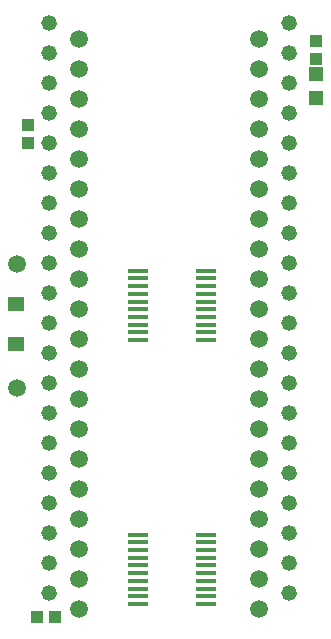
<source format=gbs>
G04 #@! TF.GenerationSoftware,KiCad,Pcbnew,8.0.4*
G04 #@! TF.CreationDate,2024-09-05T13:45:58-03:00*
G04 #@! TF.ProjectId,MSX_Goauld_Rev4,4d53585f-476f-4617-956c-645f52657634,rev?*
G04 #@! TF.SameCoordinates,Original*
G04 #@! TF.FileFunction,Soldermask,Bot*
G04 #@! TF.FilePolarity,Negative*
%FSLAX46Y46*%
G04 Gerber Fmt 4.6, Leading zero omitted, Abs format (unit mm)*
G04 Created by KiCad (PCBNEW 8.0.4) date 2024-09-05 13:45:58*
%MOMM*%
%LPD*%
G01*
G04 APERTURE LIST*
%ADD10C,1.320800*%
%ADD11C,1.500000*%
%ADD12R,1.400000X1.200000*%
%ADD13R,1.100000X1.100000*%
%ADD14O,1.740000X0.360000*%
%ADD15R,1.192000X1.167000*%
G04 APERTURE END LIST*
D10*
X178059000Y-124206000D03*
X178059000Y-121666000D03*
X178059000Y-119126000D03*
X178059000Y-116586000D03*
X178059000Y-114046000D03*
X178059000Y-111506000D03*
X178059000Y-108966000D03*
X178059000Y-106426000D03*
X178059000Y-103886000D03*
X178059000Y-101346000D03*
X178059000Y-98806000D03*
X178059000Y-96266000D03*
X178059000Y-93726000D03*
X178059000Y-91186000D03*
X178059000Y-88646000D03*
X178059000Y-86106000D03*
X178059000Y-83566000D03*
X178059000Y-81026000D03*
X178059000Y-78486000D03*
X178059000Y-75946000D03*
X157739000Y-75946000D03*
X157739000Y-78486000D03*
X157739000Y-81026000D03*
X157739000Y-83566000D03*
X157739000Y-86106000D03*
X157739000Y-88646000D03*
X157739000Y-91186000D03*
X157739000Y-93726000D03*
X157739000Y-96266000D03*
X157739000Y-98806000D03*
X157739000Y-101346000D03*
X157739000Y-103886000D03*
X157739000Y-106426000D03*
X157739000Y-108966000D03*
X157739000Y-111506000D03*
X157739000Y-114046000D03*
X157739000Y-116586000D03*
X157739000Y-119126000D03*
X157739000Y-121666000D03*
X157739000Y-124206000D03*
D11*
X160274000Y-77302900D03*
X160274000Y-79842900D03*
X160274000Y-82382900D03*
X160274000Y-84922900D03*
X160274000Y-87462900D03*
X160274000Y-90002900D03*
X160274000Y-92542900D03*
X160274000Y-95082900D03*
X160274000Y-97622900D03*
X160274000Y-100162900D03*
X160274000Y-102702900D03*
X160274000Y-105242900D03*
X160274000Y-107782900D03*
X160274000Y-110322900D03*
X160274000Y-112862900D03*
X160274000Y-115402900D03*
X160274000Y-117942900D03*
X160274000Y-120482900D03*
X160274000Y-123022900D03*
X160274000Y-125562900D03*
X175514000Y-125562900D03*
X175514000Y-123022900D03*
X175514000Y-120482900D03*
X175514000Y-117942900D03*
X175514000Y-115402900D03*
X175514000Y-112862900D03*
X175514000Y-110322900D03*
X175514000Y-107782900D03*
X175514000Y-105242900D03*
X175514000Y-102702900D03*
X175514000Y-100162900D03*
X175514000Y-97622900D03*
X175514000Y-95082900D03*
X175514000Y-92542900D03*
X175514000Y-90002900D03*
X175514000Y-87462900D03*
X175514000Y-84922900D03*
X175514000Y-82382900D03*
X175514000Y-79842900D03*
X175514000Y-77302900D03*
X154990800Y-106821600D03*
X154990800Y-96306000D03*
D12*
X154940000Y-103086000D03*
X154940000Y-99686000D03*
D13*
X155956000Y-86106000D03*
X155956000Y-84582000D03*
D14*
X171018000Y-96892000D03*
X171018000Y-97542000D03*
X171018000Y-98192000D03*
X171018000Y-98842000D03*
X171018000Y-99502000D03*
X171018000Y-100152000D03*
X171018000Y-100802000D03*
X171018000Y-101452000D03*
X171018000Y-102102000D03*
X171018000Y-102752000D03*
X165278000Y-102752000D03*
X165278000Y-102102000D03*
X165278000Y-101452000D03*
X165278000Y-100802000D03*
X165278000Y-100152000D03*
X165278000Y-99502000D03*
X165278000Y-98842000D03*
X165278000Y-98192000D03*
X165278000Y-97542000D03*
X165278000Y-96892000D03*
X165278000Y-125104000D03*
X165278000Y-124454000D03*
X165278000Y-123804000D03*
X165278000Y-123154000D03*
X165278000Y-122494000D03*
X165278000Y-121844000D03*
X165278000Y-121194000D03*
X165278000Y-120544000D03*
X165278000Y-119894000D03*
X165278000Y-119244000D03*
X171018000Y-119244000D03*
X171018000Y-119894000D03*
X171018000Y-120544000D03*
X171018000Y-121194000D03*
X171018000Y-121844000D03*
X171018000Y-122494000D03*
X171018000Y-123154000D03*
X171018000Y-123804000D03*
X171018000Y-124454000D03*
X171018000Y-125104000D03*
D13*
X158242000Y-126238000D03*
X156718000Y-126238000D03*
X180340000Y-78994000D03*
X180340000Y-77470000D03*
D15*
X180340000Y-80264000D03*
X180340000Y-82296000D03*
M02*

</source>
